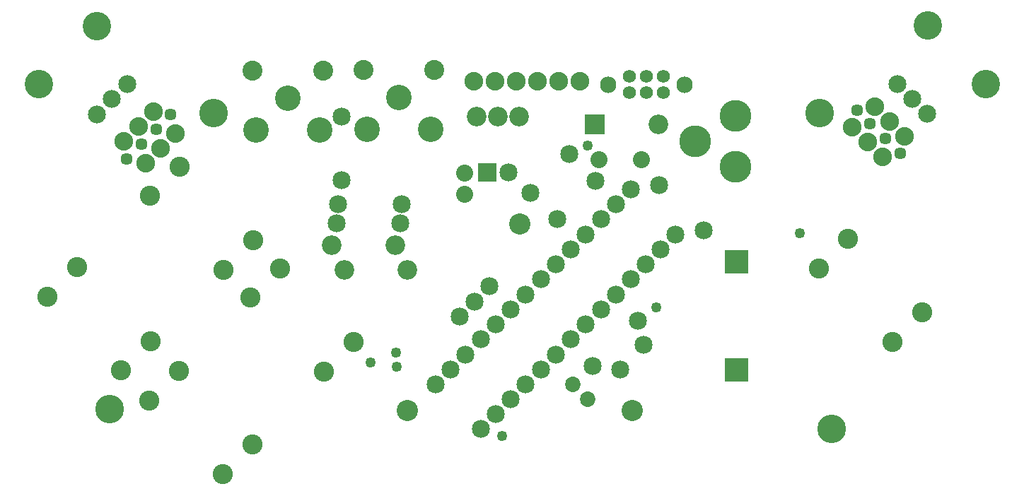
<source format=gbs>
G04 MADE WITH FRITZING*
G04 WWW.FRITZING.ORG*
G04 DOUBLE SIDED*
G04 HOLES PLATED*
G04 CONTOUR ON CENTER OF CONTOUR VECTOR*
%ASAXBY*%
%FSLAX23Y23*%
%MOIN*%
%OFA0B0*%
%SFA1.0B1.0*%
%ADD10C,0.085000*%
%ADD11C,0.049370*%
%ADD12C,0.084667*%
%ADD13C,0.084695*%
%ADD14C,0.134033*%
%ADD15C,0.072992*%
%ADD16C,0.088000*%
%ADD17C,0.057244*%
%ADD18C,0.092000*%
%ADD19C,0.080000*%
%ADD20C,0.150000*%
%ADD21C,0.110000*%
%ADD22C,0.100000*%
%ADD23C,0.061496*%
%ADD24C,0.077244*%
%ADD25C,0.135000*%
%ADD26C,0.120551*%
%ADD27C,0.094000*%
%ADD28C,0.095000*%
%ADD29R,0.085000X0.085000*%
%ADD30R,0.092000X0.092000*%
%ADD31C,0.025748*%
%ADD32C,0.030000*%
%ADD33R,0.001000X0.001000*%
%LNMASK0*%
G90*
G70*
G54D10*
X2975Y682D03*
X3088Y800D03*
G54D11*
X1919Y764D03*
X1800Y716D03*
X1922Y695D03*
X2419Y369D03*
G54D12*
X4282Y2029D03*
X4353Y1958D03*
G54D13*
X4424Y1888D03*
G54D14*
X4425Y2305D03*
X4699Y2030D03*
G54D12*
X511Y1887D03*
X581Y1958D03*
G54D13*
X652Y2028D03*
G54D14*
X235Y2029D03*
X510Y2304D03*
G54D11*
X3148Y976D03*
X3824Y1326D03*
G54D15*
X2754Y613D03*
X2824Y543D03*
G54D10*
X3060Y912D03*
X2848Y700D03*
G54D11*
X2822Y1739D03*
G54D16*
X636Y1758D03*
X706Y1829D03*
X777Y1899D03*
X740Y1655D03*
X811Y1726D03*
X881Y1797D03*
X4213Y1685D03*
X4142Y1756D03*
X4071Y1826D03*
X4318Y1781D03*
X4247Y1852D03*
X4177Y1923D03*
G54D17*
X649Y1676D03*
X790Y1815D03*
X720Y1747D03*
X858Y1887D03*
X4297Y1702D03*
X4226Y1773D03*
X4154Y1843D03*
X4094Y1907D03*
G54D10*
X2361Y1075D03*
X2291Y1004D03*
X2220Y933D03*
G54D18*
X2500Y1875D03*
X2400Y1875D03*
X2300Y1875D03*
G54D10*
X2349Y1612D03*
X2449Y1612D03*
G54D19*
X2242Y1509D03*
X2242Y1609D03*
G54D20*
X3519Y1640D03*
X3519Y1880D03*
X3329Y1760D03*
G54D21*
X3524Y678D03*
X3524Y1188D03*
G54D22*
X2504Y1368D03*
X1974Y488D03*
X3034Y488D03*
G54D21*
X3524Y678D03*
X3524Y1188D03*
G54D22*
X2504Y1368D03*
X1974Y488D03*
X3034Y488D03*
G54D21*
X3524Y678D03*
X3524Y1188D03*
G54D22*
X2504Y1368D03*
X1974Y488D03*
X3034Y488D03*
G54D23*
X3021Y2067D03*
X3021Y1988D03*
X3100Y2067D03*
X3100Y1988D03*
X3179Y2067D03*
X3179Y1988D03*
G54D24*
X3281Y2027D03*
X2919Y2027D03*
G54D18*
X2857Y1838D03*
X3155Y1838D03*
G54D10*
X1663Y1576D03*
X1663Y1876D03*
G54D25*
X3972Y402D03*
X569Y497D03*
X3915Y1891D03*
X1059Y1891D03*
G54D26*
X1933Y1967D03*
X2083Y1816D03*
X1783Y1816D03*
G54D27*
X2101Y2097D03*
X1766Y2097D03*
G54D26*
X1411Y1963D03*
X1561Y1812D03*
X1260Y1812D03*
G54D27*
X1578Y2093D03*
X1244Y2093D03*
G54D28*
X415Y1165D03*
X276Y1026D03*
X624Y678D03*
X763Y817D03*
X895Y677D03*
X756Y537D03*
X1104Y189D03*
X1243Y329D03*
G54D18*
X1915Y1268D03*
X1617Y1268D03*
X1973Y1154D03*
X1675Y1154D03*
G54D10*
X1645Y1464D03*
X1945Y1464D03*
X1640Y1371D03*
X1940Y1371D03*
G54D28*
X899Y1640D03*
X759Y1501D03*
X1107Y1153D03*
X1247Y1292D03*
X4260Y812D03*
X4399Y951D03*
X4051Y1299D03*
X3912Y1160D03*
X1372Y1160D03*
X1233Y1021D03*
X1581Y673D03*
X1720Y812D03*
G54D10*
X2860Y1573D03*
X2679Y1392D03*
X2735Y1698D03*
X2554Y1517D03*
X3159Y1552D03*
X3371Y1340D03*
G54D19*
X2878Y1673D03*
X3078Y1673D03*
G54D10*
X3026Y1532D03*
X3238Y1320D03*
X2955Y1461D03*
X3168Y1249D03*
X2885Y1391D03*
X3097Y1178D03*
X2814Y1320D03*
X3026Y1108D03*
X2743Y1249D03*
X2955Y1037D03*
X2673Y1178D03*
X2885Y966D03*
X2602Y1108D03*
X2814Y896D03*
X2531Y1037D03*
X2743Y825D03*
X2460Y966D03*
X2673Y754D03*
X2390Y896D03*
X2602Y683D03*
X2319Y825D03*
X2531Y613D03*
X2248Y754D03*
X2460Y542D03*
X2178Y683D03*
X2390Y471D03*
X2107Y613D03*
X2319Y401D03*
G54D16*
X2787Y2041D03*
X2687Y2041D03*
X2587Y2041D03*
X2487Y2041D03*
X2387Y2041D03*
X2287Y2041D03*
G54D29*
X2349Y1612D03*
G54D30*
X2856Y1838D03*
G54D31*
G36*
X2754Y580D02*
X2721Y613D01*
X2754Y646D01*
X2788Y613D01*
X2754Y580D01*
G37*
D02*
G54D32*
G36*
X2330Y1004D02*
X2291Y965D01*
X2252Y1004D01*
X2291Y1043D01*
X2330Y1004D01*
G37*
D02*
G36*
X2469Y1844D02*
X2469Y1906D01*
X2531Y1906D01*
X2531Y1844D01*
X2469Y1844D01*
G37*
D02*
G36*
X1885Y1237D02*
X1885Y1299D01*
X1947Y1299D01*
X1947Y1237D01*
X1885Y1237D01*
G37*
D02*
G36*
X1943Y1123D02*
X1943Y1185D01*
X2005Y1185D01*
X2005Y1123D01*
X1943Y1123D01*
G37*
D02*
G36*
X3065Y1532D02*
X3026Y1493D01*
X2987Y1532D01*
X3026Y1571D01*
X3065Y1532D01*
G37*
D02*
G54D33*
X3469Y1244D02*
X3578Y1244D01*
X3469Y1243D02*
X3578Y1243D01*
X3469Y1242D02*
X3578Y1242D01*
X3469Y1241D02*
X3578Y1241D01*
X3469Y1240D02*
X3578Y1240D01*
X3469Y1239D02*
X3578Y1239D01*
X3469Y1238D02*
X3578Y1238D01*
X3469Y1237D02*
X3578Y1237D01*
X3469Y1236D02*
X3578Y1236D01*
X3469Y1235D02*
X3578Y1235D01*
X3469Y1234D02*
X3578Y1234D01*
X3469Y1233D02*
X3578Y1233D01*
X3469Y1232D02*
X3578Y1232D01*
X3469Y1231D02*
X3578Y1231D01*
X3469Y1230D02*
X3578Y1230D01*
X3469Y1229D02*
X3578Y1229D01*
X3469Y1228D02*
X3578Y1228D01*
X3469Y1227D02*
X3578Y1227D01*
X3469Y1226D02*
X3578Y1226D01*
X3469Y1225D02*
X3578Y1225D01*
X3469Y1224D02*
X3518Y1224D01*
X3529Y1224D02*
X3578Y1224D01*
X3469Y1223D02*
X3513Y1223D01*
X3534Y1223D02*
X3578Y1223D01*
X3469Y1222D02*
X3510Y1222D01*
X3537Y1222D02*
X3578Y1222D01*
X3469Y1221D02*
X3508Y1221D01*
X3539Y1221D02*
X3578Y1221D01*
X3469Y1220D02*
X3506Y1220D01*
X3541Y1220D02*
X3578Y1220D01*
X3469Y1219D02*
X3504Y1219D01*
X3543Y1219D02*
X3578Y1219D01*
X3469Y1218D02*
X3503Y1218D01*
X3544Y1218D02*
X3578Y1218D01*
X3469Y1217D02*
X3501Y1217D01*
X3545Y1217D02*
X3578Y1217D01*
X3469Y1216D02*
X3500Y1216D01*
X3547Y1216D02*
X3578Y1216D01*
X3469Y1215D02*
X3499Y1215D01*
X3548Y1215D02*
X3578Y1215D01*
X3469Y1214D02*
X3498Y1214D01*
X3549Y1214D02*
X3578Y1214D01*
X3469Y1213D02*
X3497Y1213D01*
X3550Y1213D02*
X3578Y1213D01*
X3469Y1212D02*
X3496Y1212D01*
X3551Y1212D02*
X3578Y1212D01*
X3469Y1211D02*
X3495Y1211D01*
X3551Y1211D02*
X3578Y1211D01*
X3469Y1210D02*
X3495Y1210D01*
X3552Y1210D02*
X3578Y1210D01*
X3469Y1209D02*
X3494Y1209D01*
X3553Y1209D02*
X3578Y1209D01*
X3469Y1208D02*
X3493Y1208D01*
X3554Y1208D02*
X3578Y1208D01*
X3469Y1207D02*
X3493Y1207D01*
X3554Y1207D02*
X3578Y1207D01*
X3469Y1206D02*
X3492Y1206D01*
X3555Y1206D02*
X3578Y1206D01*
X3469Y1205D02*
X3491Y1205D01*
X3555Y1205D02*
X3578Y1205D01*
X3469Y1204D02*
X3491Y1204D01*
X3556Y1204D02*
X3578Y1204D01*
X3469Y1203D02*
X3490Y1203D01*
X3556Y1203D02*
X3578Y1203D01*
X3469Y1202D02*
X3490Y1202D01*
X3557Y1202D02*
X3578Y1202D01*
X3469Y1201D02*
X3490Y1201D01*
X3557Y1201D02*
X3578Y1201D01*
X3469Y1200D02*
X3489Y1200D01*
X3557Y1200D02*
X3578Y1200D01*
X3469Y1199D02*
X3489Y1199D01*
X3558Y1199D02*
X3578Y1199D01*
X3469Y1198D02*
X3489Y1198D01*
X3558Y1198D02*
X3578Y1198D01*
X3469Y1197D02*
X3489Y1197D01*
X3558Y1197D02*
X3578Y1197D01*
X3469Y1196D02*
X3488Y1196D01*
X3558Y1196D02*
X3578Y1196D01*
X3469Y1195D02*
X3488Y1195D01*
X3558Y1195D02*
X3578Y1195D01*
X3469Y1194D02*
X3488Y1194D01*
X3559Y1194D02*
X3578Y1194D01*
X3469Y1193D02*
X3488Y1193D01*
X3559Y1193D02*
X3578Y1193D01*
X3469Y1192D02*
X3488Y1192D01*
X3559Y1192D02*
X3578Y1192D01*
X3469Y1191D02*
X3488Y1191D01*
X3559Y1191D02*
X3578Y1191D01*
X3469Y1190D02*
X3488Y1190D01*
X3559Y1190D02*
X3578Y1190D01*
X3469Y1189D02*
X3488Y1189D01*
X3559Y1189D02*
X3578Y1189D01*
X3469Y1188D02*
X3488Y1188D01*
X3559Y1188D02*
X3578Y1188D01*
X3469Y1187D02*
X3488Y1187D01*
X3559Y1187D02*
X3578Y1187D01*
X3469Y1186D02*
X3488Y1186D01*
X3559Y1186D02*
X3578Y1186D01*
X3469Y1185D02*
X3488Y1185D01*
X3559Y1185D02*
X3578Y1185D01*
X3469Y1184D02*
X3488Y1184D01*
X3558Y1184D02*
X3578Y1184D01*
X3469Y1183D02*
X3488Y1183D01*
X3558Y1183D02*
X3578Y1183D01*
X3469Y1182D02*
X3489Y1182D01*
X3558Y1182D02*
X3578Y1182D01*
X3469Y1181D02*
X3489Y1181D01*
X3558Y1181D02*
X3578Y1181D01*
X3469Y1180D02*
X3489Y1180D01*
X3558Y1180D02*
X3578Y1180D01*
X3469Y1179D02*
X3489Y1179D01*
X3557Y1179D02*
X3578Y1179D01*
X3469Y1178D02*
X3490Y1178D01*
X3557Y1178D02*
X3578Y1178D01*
X3469Y1177D02*
X3490Y1177D01*
X3557Y1177D02*
X3578Y1177D01*
X3469Y1176D02*
X3490Y1176D01*
X3556Y1176D02*
X3578Y1176D01*
X3469Y1175D02*
X3491Y1175D01*
X3556Y1175D02*
X3578Y1175D01*
X3469Y1174D02*
X3491Y1174D01*
X3555Y1174D02*
X3578Y1174D01*
X3469Y1173D02*
X3492Y1173D01*
X3555Y1173D02*
X3578Y1173D01*
X3469Y1172D02*
X3492Y1172D01*
X3554Y1172D02*
X3578Y1172D01*
X3469Y1171D02*
X3493Y1171D01*
X3554Y1171D02*
X3578Y1171D01*
X3469Y1170D02*
X3494Y1170D01*
X3553Y1170D02*
X3578Y1170D01*
X3469Y1169D02*
X3494Y1169D01*
X3552Y1169D02*
X3578Y1169D01*
X3469Y1168D02*
X3495Y1168D01*
X3552Y1168D02*
X3578Y1168D01*
X3469Y1167D02*
X3496Y1167D01*
X3551Y1167D02*
X3578Y1167D01*
X3469Y1166D02*
X3497Y1166D01*
X3550Y1166D02*
X3578Y1166D01*
X3469Y1165D02*
X3498Y1165D01*
X3549Y1165D02*
X3578Y1165D01*
X3469Y1164D02*
X3499Y1164D01*
X3548Y1164D02*
X3578Y1164D01*
X3469Y1163D02*
X3500Y1163D01*
X3547Y1163D02*
X3578Y1163D01*
X3469Y1162D02*
X3501Y1162D01*
X3546Y1162D02*
X3578Y1162D01*
X3469Y1161D02*
X3502Y1161D01*
X3544Y1161D02*
X3578Y1161D01*
X3469Y1160D02*
X3504Y1160D01*
X3543Y1160D02*
X3578Y1160D01*
X3469Y1159D02*
X3505Y1159D01*
X3541Y1159D02*
X3578Y1159D01*
X3469Y1158D02*
X3507Y1158D01*
X3539Y1158D02*
X3578Y1158D01*
X3469Y1157D02*
X3509Y1157D01*
X3537Y1157D02*
X3578Y1157D01*
X3469Y1156D02*
X3512Y1156D01*
X3534Y1156D02*
X3578Y1156D01*
X3469Y1155D02*
X3516Y1155D01*
X3530Y1155D02*
X3578Y1155D01*
X3469Y1154D02*
X3578Y1154D01*
X3469Y1153D02*
X3578Y1153D01*
X3469Y1152D02*
X3578Y1152D01*
X3469Y1151D02*
X3578Y1151D01*
X3469Y1150D02*
X3578Y1150D01*
X3469Y1149D02*
X3578Y1149D01*
X3469Y1148D02*
X3578Y1148D01*
X3469Y1147D02*
X3578Y1147D01*
X3469Y1146D02*
X3578Y1146D01*
X3469Y1145D02*
X3578Y1145D01*
X3469Y1144D02*
X3578Y1144D01*
X3469Y1143D02*
X3578Y1143D01*
X3469Y1142D02*
X3578Y1142D01*
X3469Y1141D02*
X3578Y1141D01*
X3469Y1140D02*
X3578Y1140D01*
X3469Y1139D02*
X3578Y1139D01*
X3469Y1138D02*
X3578Y1138D01*
X3469Y1137D02*
X3578Y1137D01*
X3469Y1136D02*
X3578Y1136D01*
X3469Y1135D02*
X3578Y1135D01*
X3469Y734D02*
X3578Y734D01*
X3469Y733D02*
X3578Y733D01*
X3469Y732D02*
X3578Y732D01*
X3469Y731D02*
X3578Y731D01*
X3469Y730D02*
X3578Y730D01*
X3469Y729D02*
X3578Y729D01*
X3469Y728D02*
X3578Y728D01*
X3469Y727D02*
X3578Y727D01*
X3469Y726D02*
X3578Y726D01*
X3469Y725D02*
X3578Y725D01*
X3469Y724D02*
X3578Y724D01*
X3469Y723D02*
X3578Y723D01*
X3469Y722D02*
X3578Y722D01*
X3469Y721D02*
X3578Y721D01*
X3469Y720D02*
X3578Y720D01*
X3469Y719D02*
X3578Y719D01*
X3469Y718D02*
X3578Y718D01*
X3469Y717D02*
X3578Y717D01*
X3469Y716D02*
X3578Y716D01*
X3469Y715D02*
X3578Y715D01*
X3469Y714D02*
X3517Y714D01*
X3530Y714D02*
X3578Y714D01*
X3469Y713D02*
X3512Y713D01*
X3534Y713D02*
X3578Y713D01*
X3469Y712D02*
X3510Y712D01*
X3537Y712D02*
X3578Y712D01*
X3469Y711D02*
X3507Y711D01*
X3539Y711D02*
X3578Y711D01*
X3469Y710D02*
X3505Y710D01*
X3541Y710D02*
X3578Y710D01*
X3469Y709D02*
X3504Y709D01*
X3543Y709D02*
X3578Y709D01*
X3469Y708D02*
X3502Y708D01*
X3544Y708D02*
X3578Y708D01*
X3469Y707D02*
X3501Y707D01*
X3546Y707D02*
X3578Y707D01*
X3469Y706D02*
X3500Y706D01*
X3547Y706D02*
X3578Y706D01*
X3469Y705D02*
X3499Y705D01*
X3548Y705D02*
X3578Y705D01*
X3469Y704D02*
X3498Y704D01*
X3549Y704D02*
X3578Y704D01*
X3469Y703D02*
X3497Y703D01*
X3550Y703D02*
X3578Y703D01*
X3469Y702D02*
X3496Y702D01*
X3551Y702D02*
X3578Y702D01*
X3469Y701D02*
X3495Y701D01*
X3551Y701D02*
X3578Y701D01*
X3469Y700D02*
X3494Y700D01*
X3552Y700D02*
X3578Y700D01*
X3469Y699D02*
X3494Y699D01*
X3553Y699D02*
X3578Y699D01*
X3469Y698D02*
X3493Y698D01*
X3554Y698D02*
X3578Y698D01*
X3469Y697D02*
X3492Y697D01*
X3554Y697D02*
X3578Y697D01*
X3469Y696D02*
X3492Y696D01*
X3555Y696D02*
X3578Y696D01*
X3469Y695D02*
X3491Y695D01*
X3555Y695D02*
X3578Y695D01*
X3469Y694D02*
X3491Y694D01*
X3556Y694D02*
X3578Y694D01*
X3469Y693D02*
X3490Y693D01*
X3556Y693D02*
X3578Y693D01*
X3469Y692D02*
X3490Y692D01*
X3557Y692D02*
X3578Y692D01*
X3469Y691D02*
X3490Y691D01*
X3557Y691D02*
X3578Y691D01*
X3469Y690D02*
X3489Y690D01*
X3557Y690D02*
X3578Y690D01*
X3469Y689D02*
X3489Y689D01*
X3558Y689D02*
X3578Y689D01*
X3469Y688D02*
X3489Y688D01*
X3558Y688D02*
X3578Y688D01*
X3469Y687D02*
X3489Y687D01*
X3558Y687D02*
X3578Y687D01*
X3469Y686D02*
X3488Y686D01*
X3558Y686D02*
X3578Y686D01*
X3469Y685D02*
X3488Y685D01*
X3558Y685D02*
X3578Y685D01*
X3469Y684D02*
X3488Y684D01*
X3559Y684D02*
X3578Y684D01*
X3469Y683D02*
X3488Y683D01*
X3559Y683D02*
X3578Y683D01*
X3469Y682D02*
X3488Y682D01*
X3559Y682D02*
X3578Y682D01*
X3469Y681D02*
X3488Y681D01*
X3559Y681D02*
X3578Y681D01*
X3469Y680D02*
X3488Y680D01*
X3559Y680D02*
X3578Y680D01*
X3469Y679D02*
X3488Y679D01*
X3559Y679D02*
X3578Y679D01*
X3469Y678D02*
X3488Y678D01*
X3559Y678D02*
X3578Y678D01*
X3469Y677D02*
X3488Y677D01*
X3559Y677D02*
X3578Y677D01*
X3469Y676D02*
X3488Y676D01*
X3559Y676D02*
X3578Y676D01*
X3469Y675D02*
X3488Y675D01*
X3559Y675D02*
X3578Y675D01*
X3469Y674D02*
X3488Y674D01*
X3558Y674D02*
X3578Y674D01*
X3469Y673D02*
X3488Y673D01*
X3558Y673D02*
X3578Y673D01*
X3469Y672D02*
X3489Y672D01*
X3558Y672D02*
X3578Y672D01*
X3469Y671D02*
X3489Y671D01*
X3558Y671D02*
X3578Y671D01*
X3469Y670D02*
X3489Y670D01*
X3558Y670D02*
X3578Y670D01*
X3469Y669D02*
X3489Y669D01*
X3557Y669D02*
X3578Y669D01*
X3469Y668D02*
X3490Y668D01*
X3557Y668D02*
X3578Y668D01*
X3469Y667D02*
X3490Y667D01*
X3557Y667D02*
X3578Y667D01*
X3469Y666D02*
X3490Y666D01*
X3556Y666D02*
X3578Y666D01*
X3469Y665D02*
X3491Y665D01*
X3556Y665D02*
X3578Y665D01*
X3469Y664D02*
X3491Y664D01*
X3555Y664D02*
X3578Y664D01*
X3469Y663D02*
X3492Y663D01*
X3555Y663D02*
X3578Y663D01*
X3469Y662D02*
X3493Y662D01*
X3554Y662D02*
X3578Y662D01*
X3469Y661D02*
X3493Y661D01*
X3554Y661D02*
X3578Y661D01*
X3469Y660D02*
X3494Y660D01*
X3553Y660D02*
X3578Y660D01*
X3469Y659D02*
X3495Y659D01*
X3552Y659D02*
X3578Y659D01*
X3469Y658D02*
X3495Y658D01*
X3551Y658D02*
X3578Y658D01*
X3469Y657D02*
X3496Y657D01*
X3551Y657D02*
X3578Y657D01*
X3469Y656D02*
X3497Y656D01*
X3550Y656D02*
X3578Y656D01*
X3469Y655D02*
X3498Y655D01*
X3549Y655D02*
X3578Y655D01*
X3469Y654D02*
X3499Y654D01*
X3548Y654D02*
X3578Y654D01*
X3469Y653D02*
X3500Y653D01*
X3547Y653D02*
X3578Y653D01*
X3469Y652D02*
X3501Y652D01*
X3545Y652D02*
X3578Y652D01*
X3469Y651D02*
X3503Y651D01*
X3544Y651D02*
X3578Y651D01*
X3469Y650D02*
X3504Y650D01*
X3543Y650D02*
X3578Y650D01*
X3469Y649D02*
X3506Y649D01*
X3541Y649D02*
X3578Y649D01*
X3469Y648D02*
X3508Y648D01*
X3539Y648D02*
X3578Y648D01*
X3469Y647D02*
X3510Y647D01*
X3537Y647D02*
X3578Y647D01*
X3469Y646D02*
X3513Y646D01*
X3534Y646D02*
X3578Y646D01*
X3469Y645D02*
X3517Y645D01*
X3529Y645D02*
X3578Y645D01*
X3469Y644D02*
X3578Y644D01*
X3469Y643D02*
X3578Y643D01*
X3469Y642D02*
X3578Y642D01*
X3469Y641D02*
X3578Y641D01*
X3469Y640D02*
X3578Y640D01*
X3469Y639D02*
X3578Y639D01*
X3469Y638D02*
X3578Y638D01*
X3469Y637D02*
X3578Y637D01*
X3469Y636D02*
X3578Y636D01*
X3469Y635D02*
X3578Y635D01*
X3469Y634D02*
X3578Y634D01*
X3469Y633D02*
X3578Y633D01*
X3469Y632D02*
X3578Y632D01*
X3469Y631D02*
X3578Y631D01*
X3469Y630D02*
X3578Y630D01*
X3469Y629D02*
X3578Y629D01*
X3469Y628D02*
X3578Y628D01*
X3469Y627D02*
X3578Y627D01*
X3469Y626D02*
X3578Y626D01*
X3469Y625D02*
X3578Y625D01*
D02*
G04 End of Mask0*
M02*
</source>
